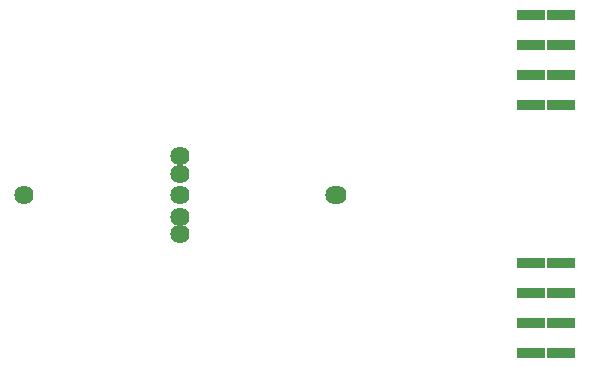
<source format=gbs>
G04*
G04 #@! TF.GenerationSoftware,Altium Limited,Altium Designer,18.1.7 (191)*
G04*
G04 Layer_Color=16711935*
%FSLAX44Y44*%
%MOMM*%
G71*
G01*
G75*
%ADD13C,1.6256*%
%ADD14R,2.4932X0.9632*%
D13*
X133000Y0D02*
D03*
X0Y33000D02*
D03*
Y18000D02*
D03*
Y-18000D02*
D03*
Y-33000D02*
D03*
X131500Y-0D02*
D03*
X0Y0D02*
D03*
X-132000D02*
D03*
D14*
X322700Y76900D02*
D03*
X297300D02*
D03*
X322700Y102300D02*
D03*
X297300D02*
D03*
X322700Y127700D02*
D03*
X297300D02*
D03*
X322700Y153100D02*
D03*
X297300D02*
D03*
X322700Y-133100D02*
D03*
X297300D02*
D03*
X322700Y-107700D02*
D03*
X297300D02*
D03*
X322700Y-82300D02*
D03*
X297300D02*
D03*
X322700Y-56900D02*
D03*
X297300D02*
D03*
M02*

</source>
